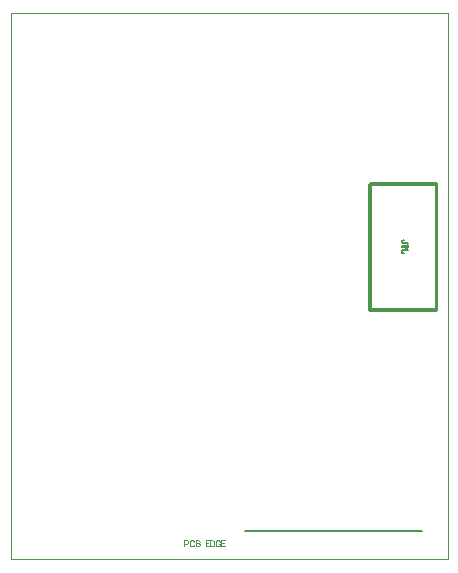
<source format=gm1>
G04*
G04 #@! TF.GenerationSoftware,Altium Limited,Altium Designer,21.6.4 (81)*
G04*
G04 Layer_Color=16711935*
%FSLAX24Y24*%
%MOIN*%
G70*
G04*
G04 #@! TF.SameCoordinates,8E317252-C3AD-47CA-8584-9DD6DEF08156*
G04*
G04*
G04 #@! TF.FilePolarity,Positive*
G04*
G01*
G75*
%ADD10C,0.0079*%
%ADD11C,0.0039*%
%ADD13C,0.0050*%
%ADD14C,0.0100*%
%ADD84C,0.0000*%
D10*
X19868Y37030D02*
X25774D01*
D11*
X17860Y36625D02*
X17946D01*
X17975Y36634D01*
X17984Y36644D01*
X17994Y36663D01*
Y36691D01*
X17984Y36710D01*
X17975Y36720D01*
X17946Y36729D01*
X17860D01*
Y36530D01*
X18181Y36682D02*
X18172Y36701D01*
X18153Y36720D01*
X18134Y36729D01*
X18096D01*
X18077Y36720D01*
X18057Y36701D01*
X18048Y36682D01*
X18038Y36653D01*
Y36606D01*
X18048Y36577D01*
X18057Y36558D01*
X18077Y36539D01*
X18096Y36530D01*
X18134D01*
X18153Y36539D01*
X18172Y36558D01*
X18181Y36577D01*
X18237Y36729D02*
Y36530D01*
Y36729D02*
X18323D01*
X18352Y36720D01*
X18361Y36710D01*
X18371Y36691D01*
Y36672D01*
X18361Y36653D01*
X18352Y36644D01*
X18323Y36634D01*
X18237D02*
X18323D01*
X18352Y36625D01*
X18361Y36615D01*
X18371Y36596D01*
Y36568D01*
X18361Y36549D01*
X18352Y36539D01*
X18323Y36530D01*
X18237D01*
X18696Y36729D02*
X18573D01*
Y36530D01*
X18696D01*
X18573Y36634D02*
X18649D01*
X18730Y36729D02*
Y36530D01*
Y36729D02*
X18796D01*
X18825Y36720D01*
X18844Y36701D01*
X18854Y36682D01*
X18863Y36653D01*
Y36606D01*
X18854Y36577D01*
X18844Y36558D01*
X18825Y36539D01*
X18796Y36530D01*
X18730D01*
X19051Y36682D02*
X19041Y36701D01*
X19022Y36720D01*
X19003Y36729D01*
X18965D01*
X18946Y36720D01*
X18927Y36701D01*
X18917Y36682D01*
X18908Y36653D01*
Y36606D01*
X18917Y36577D01*
X18927Y36558D01*
X18946Y36539D01*
X18965Y36530D01*
X19003D01*
X19022Y36539D01*
X19041Y36558D01*
X19051Y36577D01*
Y36606D01*
X19003D02*
X19051D01*
X19220Y36729D02*
X19096D01*
Y36530D01*
X19220D01*
X19096Y36634D02*
X19172D01*
D13*
X25300Y46405D02*
X25148D01*
X25119Y46395D01*
X25110Y46385D01*
X25100Y46366D01*
Y46347D01*
X25110Y46328D01*
X25119Y46319D01*
X25148Y46309D01*
X25167D01*
X25262Y46456D02*
X25271Y46475D01*
X25300Y46504D01*
X25100D01*
X25320Y46645D02*
X25168D01*
X25139Y46654D01*
X25130Y46664D01*
X25120Y46683D01*
Y46702D01*
X25130Y46721D01*
X25139Y46731D01*
X25168Y46740D01*
X25187D01*
X25282Y46594D02*
X25291Y46575D01*
X25320Y46546D01*
X25120D01*
D14*
X26245Y44410D02*
Y48600D01*
X24015D02*
X26245D01*
X24015Y44410D02*
Y48600D01*
Y44410D02*
X26245D01*
X24035Y48639D02*
X26265D01*
X24035Y44450D02*
Y48639D01*
Y44450D02*
X26265D01*
Y48639D01*
D84*
X26640Y36100D02*
Y54300D01*
X12080D02*
X26640D01*
X12080Y36100D02*
Y54300D01*
Y36100D02*
X26640D01*
M02*

</source>
